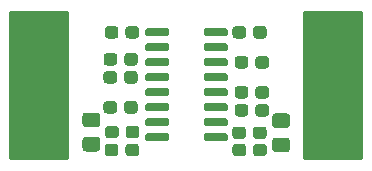
<source format=gts>
G04 #@! TF.GenerationSoftware,KiCad,Pcbnew,5.1.8-db9833491~88~ubuntu20.04.1*
G04 #@! TF.CreationDate,2021-03-13T16:05:35+01:00*
G04 #@! TF.ProjectId,SWD_Isolator,5357445f-4973-46f6-9c61-746f722e6b69,rev?*
G04 #@! TF.SameCoordinates,PX4160928PY2f7a4c0*
G04 #@! TF.FileFunction,Soldermask,Top*
G04 #@! TF.FilePolarity,Negative*
%FSLAX46Y46*%
G04 Gerber Fmt 4.6, Leading zero omitted, Abs format (unit mm)*
G04 Created by KiCad (PCBNEW 5.1.8-db9833491~88~ubuntu20.04.1) date 2021-03-13 16:05:35*
%MOMM*%
%LPD*%
G01*
G04 APERTURE LIST*
%ADD10O,1.802000X1.802000*%
%ADD11C,0.254000*%
%ADD12C,0.100000*%
G04 APERTURE END LIST*
G36*
G01*
X16449000Y10683000D02*
X16449000Y11034000D01*
G75*
G02*
X16624500Y11209500I175500J0D01*
G01*
X18325500Y11209500D01*
G75*
G02*
X18501000Y11034000I0J-175500D01*
G01*
X18501000Y10683000D01*
G75*
G02*
X18325500Y10507500I-175500J0D01*
G01*
X16624500Y10507500D01*
G75*
G02*
X16449000Y10683000I0J175500D01*
G01*
G37*
G36*
G01*
X16449000Y9413000D02*
X16449000Y9764000D01*
G75*
G02*
X16624500Y9939500I175500J0D01*
G01*
X18325500Y9939500D01*
G75*
G02*
X18501000Y9764000I0J-175500D01*
G01*
X18501000Y9413000D01*
G75*
G02*
X18325500Y9237500I-175500J0D01*
G01*
X16624500Y9237500D01*
G75*
G02*
X16449000Y9413000I0J175500D01*
G01*
G37*
G36*
G01*
X16449000Y8143000D02*
X16449000Y8494000D01*
G75*
G02*
X16624500Y8669500I175500J0D01*
G01*
X18325500Y8669500D01*
G75*
G02*
X18501000Y8494000I0J-175500D01*
G01*
X18501000Y8143000D01*
G75*
G02*
X18325500Y7967500I-175500J0D01*
G01*
X16624500Y7967500D01*
G75*
G02*
X16449000Y8143000I0J175500D01*
G01*
G37*
G36*
G01*
X16449000Y6873000D02*
X16449000Y7224000D01*
G75*
G02*
X16624500Y7399500I175500J0D01*
G01*
X18325500Y7399500D01*
G75*
G02*
X18501000Y7224000I0J-175500D01*
G01*
X18501000Y6873000D01*
G75*
G02*
X18325500Y6697500I-175500J0D01*
G01*
X16624500Y6697500D01*
G75*
G02*
X16449000Y6873000I0J175500D01*
G01*
G37*
G36*
G01*
X16449000Y5603000D02*
X16449000Y5954000D01*
G75*
G02*
X16624500Y6129500I175500J0D01*
G01*
X18325500Y6129500D01*
G75*
G02*
X18501000Y5954000I0J-175500D01*
G01*
X18501000Y5603000D01*
G75*
G02*
X18325500Y5427500I-175500J0D01*
G01*
X16624500Y5427500D01*
G75*
G02*
X16449000Y5603000I0J175500D01*
G01*
G37*
G36*
G01*
X16449000Y4333000D02*
X16449000Y4684000D01*
G75*
G02*
X16624500Y4859500I175500J0D01*
G01*
X18325500Y4859500D01*
G75*
G02*
X18501000Y4684000I0J-175500D01*
G01*
X18501000Y4333000D01*
G75*
G02*
X18325500Y4157500I-175500J0D01*
G01*
X16624500Y4157500D01*
G75*
G02*
X16449000Y4333000I0J175500D01*
G01*
G37*
G36*
G01*
X16449000Y3063000D02*
X16449000Y3414000D01*
G75*
G02*
X16624500Y3589500I175500J0D01*
G01*
X18325500Y3589500D01*
G75*
G02*
X18501000Y3414000I0J-175500D01*
G01*
X18501000Y3063000D01*
G75*
G02*
X18325500Y2887500I-175500J0D01*
G01*
X16624500Y2887500D01*
G75*
G02*
X16449000Y3063000I0J175500D01*
G01*
G37*
G36*
G01*
X16449000Y1793000D02*
X16449000Y2144000D01*
G75*
G02*
X16624500Y2319500I175500J0D01*
G01*
X18325500Y2319500D01*
G75*
G02*
X18501000Y2144000I0J-175500D01*
G01*
X18501000Y1793000D01*
G75*
G02*
X18325500Y1617500I-175500J0D01*
G01*
X16624500Y1617500D01*
G75*
G02*
X16449000Y1793000I0J175500D01*
G01*
G37*
G36*
G01*
X11499000Y1793000D02*
X11499000Y2144000D01*
G75*
G02*
X11674500Y2319500I175500J0D01*
G01*
X13375500Y2319500D01*
G75*
G02*
X13551000Y2144000I0J-175500D01*
G01*
X13551000Y1793000D01*
G75*
G02*
X13375500Y1617500I-175500J0D01*
G01*
X11674500Y1617500D01*
G75*
G02*
X11499000Y1793000I0J175500D01*
G01*
G37*
G36*
G01*
X11499000Y3063000D02*
X11499000Y3414000D01*
G75*
G02*
X11674500Y3589500I175500J0D01*
G01*
X13375500Y3589500D01*
G75*
G02*
X13551000Y3414000I0J-175500D01*
G01*
X13551000Y3063000D01*
G75*
G02*
X13375500Y2887500I-175500J0D01*
G01*
X11674500Y2887500D01*
G75*
G02*
X11499000Y3063000I0J175500D01*
G01*
G37*
G36*
G01*
X11499000Y4333000D02*
X11499000Y4684000D01*
G75*
G02*
X11674500Y4859500I175500J0D01*
G01*
X13375500Y4859500D01*
G75*
G02*
X13551000Y4684000I0J-175500D01*
G01*
X13551000Y4333000D01*
G75*
G02*
X13375500Y4157500I-175500J0D01*
G01*
X11674500Y4157500D01*
G75*
G02*
X11499000Y4333000I0J175500D01*
G01*
G37*
G36*
G01*
X11499000Y5603000D02*
X11499000Y5954000D01*
G75*
G02*
X11674500Y6129500I175500J0D01*
G01*
X13375500Y6129500D01*
G75*
G02*
X13551000Y5954000I0J-175500D01*
G01*
X13551000Y5603000D01*
G75*
G02*
X13375500Y5427500I-175500J0D01*
G01*
X11674500Y5427500D01*
G75*
G02*
X11499000Y5603000I0J175500D01*
G01*
G37*
G36*
G01*
X11499000Y6873000D02*
X11499000Y7224000D01*
G75*
G02*
X11674500Y7399500I175500J0D01*
G01*
X13375500Y7399500D01*
G75*
G02*
X13551000Y7224000I0J-175500D01*
G01*
X13551000Y6873000D01*
G75*
G02*
X13375500Y6697500I-175500J0D01*
G01*
X11674500Y6697500D01*
G75*
G02*
X11499000Y6873000I0J175500D01*
G01*
G37*
G36*
G01*
X11499000Y8143000D02*
X11499000Y8494000D01*
G75*
G02*
X11674500Y8669500I175500J0D01*
G01*
X13375500Y8669500D01*
G75*
G02*
X13551000Y8494000I0J-175500D01*
G01*
X13551000Y8143000D01*
G75*
G02*
X13375500Y7967500I-175500J0D01*
G01*
X11674500Y7967500D01*
G75*
G02*
X11499000Y8143000I0J175500D01*
G01*
G37*
G36*
G01*
X11499000Y9413000D02*
X11499000Y9764000D01*
G75*
G02*
X11674500Y9939500I175500J0D01*
G01*
X13375500Y9939500D01*
G75*
G02*
X13551000Y9764000I0J-175500D01*
G01*
X13551000Y9413000D01*
G75*
G02*
X13375500Y9237500I-175500J0D01*
G01*
X11674500Y9237500D01*
G75*
G02*
X11499000Y9413000I0J175500D01*
G01*
G37*
G36*
G01*
X11499000Y10683000D02*
X11499000Y11034000D01*
G75*
G02*
X11674500Y11209500I175500J0D01*
G01*
X13375500Y11209500D01*
G75*
G02*
X13551000Y11034000I0J-175500D01*
G01*
X13551000Y10683000D01*
G75*
G02*
X13375500Y10507500I-175500J0D01*
G01*
X11674500Y10507500D01*
G75*
G02*
X11499000Y10683000I0J175500D01*
G01*
G37*
D10*
X26430000Y1333500D03*
X26430000Y3873500D03*
X26430000Y6413500D03*
X26430000Y8953500D03*
G36*
G01*
X25529000Y10643500D02*
X25529000Y12343500D01*
G75*
G02*
X25580000Y12394500I51000J0D01*
G01*
X27280000Y12394500D01*
G75*
G02*
X27331000Y12343500I0J-51000D01*
G01*
X27331000Y10643500D01*
G75*
G02*
X27280000Y10592500I-51000J0D01*
G01*
X25580000Y10592500D01*
G75*
G02*
X25529000Y10643500I0J51000D01*
G01*
G37*
X3570000Y11493500D03*
X3570000Y8953500D03*
X3570000Y6413500D03*
X3570000Y3873500D03*
G36*
G01*
X4471000Y2183500D02*
X4471000Y483500D01*
G75*
G02*
X4420000Y432500I-51000J0D01*
G01*
X2720000Y432500D01*
G75*
G02*
X2669000Y483500I0J51000D01*
G01*
X2669000Y2183500D01*
G75*
G02*
X2720000Y2234500I51000J0D01*
G01*
X4420000Y2234500D01*
G75*
G02*
X4471000Y2183500I0J-51000D01*
G01*
G37*
G36*
G01*
X9239000Y1152000D02*
X9239000Y626000D01*
G75*
G02*
X8976000Y363000I-263000J0D01*
G01*
X8350000Y363000D01*
G75*
G02*
X8087000Y626000I0J263000D01*
G01*
X8087000Y1152000D01*
G75*
G02*
X8350000Y1415000I263000J0D01*
G01*
X8976000Y1415000D01*
G75*
G02*
X9239000Y1152000I0J-263000D01*
G01*
G37*
G36*
G01*
X10989000Y1152000D02*
X10989000Y626000D01*
G75*
G02*
X10726000Y363000I-263000J0D01*
G01*
X10100000Y363000D01*
G75*
G02*
X9837000Y626000I0J263000D01*
G01*
X9837000Y1152000D01*
G75*
G02*
X10100000Y1415000I263000J0D01*
G01*
X10726000Y1415000D01*
G75*
G02*
X10989000Y1152000I0J-263000D01*
G01*
G37*
G36*
G01*
X18896000Y626000D02*
X18896000Y1152000D01*
G75*
G02*
X19159000Y1415000I263000J0D01*
G01*
X19785000Y1415000D01*
G75*
G02*
X20048000Y1152000I0J-263000D01*
G01*
X20048000Y626000D01*
G75*
G02*
X19785000Y363000I-263000J0D01*
G01*
X19159000Y363000D01*
G75*
G02*
X18896000Y626000I0J263000D01*
G01*
G37*
G36*
G01*
X20646000Y626000D02*
X20646000Y1152000D01*
G75*
G02*
X20909000Y1415000I263000J0D01*
G01*
X21535000Y1415000D01*
G75*
G02*
X21798000Y1152000I0J-263000D01*
G01*
X21798000Y626000D01*
G75*
G02*
X21535000Y363000I-263000J0D01*
G01*
X20909000Y363000D01*
G75*
G02*
X20646000Y626000I0J263000D01*
G01*
G37*
G36*
G01*
X20034000Y2612500D02*
X20034000Y2086500D01*
G75*
G02*
X19771000Y1823500I-263000J0D01*
G01*
X19145000Y1823500D01*
G75*
G02*
X18882000Y2086500I0J263000D01*
G01*
X18882000Y2612500D01*
G75*
G02*
X19145000Y2875500I263000J0D01*
G01*
X19771000Y2875500D01*
G75*
G02*
X20034000Y2612500I0J-263000D01*
G01*
G37*
G36*
G01*
X21784000Y2612500D02*
X21784000Y2086500D01*
G75*
G02*
X21521000Y1823500I-263000J0D01*
G01*
X20895000Y1823500D01*
G75*
G02*
X20632000Y2086500I0J263000D01*
G01*
X20632000Y2612500D01*
G75*
G02*
X20895000Y2875500I263000J0D01*
G01*
X21521000Y2875500D01*
G75*
G02*
X21784000Y2612500I0J-263000D01*
G01*
G37*
G36*
G01*
X8115000Y2150000D02*
X8115000Y2676000D01*
G75*
G02*
X8378000Y2939000I263000J0D01*
G01*
X9004000Y2939000D01*
G75*
G02*
X9267000Y2676000I0J-263000D01*
G01*
X9267000Y2150000D01*
G75*
G02*
X9004000Y1887000I-263000J0D01*
G01*
X8378000Y1887000D01*
G75*
G02*
X8115000Y2150000I0J263000D01*
G01*
G37*
G36*
G01*
X9865000Y2150000D02*
X9865000Y2676000D01*
G75*
G02*
X10128000Y2939000I263000J0D01*
G01*
X10754000Y2939000D01*
G75*
G02*
X11017000Y2676000I0J-263000D01*
G01*
X11017000Y2150000D01*
G75*
G02*
X10754000Y1887000I-263000J0D01*
G01*
X10128000Y1887000D01*
G75*
G02*
X9865000Y2150000I0J263000D01*
G01*
G37*
G36*
G01*
X20646000Y10595500D02*
X20646000Y11121500D01*
G75*
G02*
X20909000Y11384500I263000J0D01*
G01*
X21535000Y11384500D01*
G75*
G02*
X21798000Y11121500I0J-263000D01*
G01*
X21798000Y10595500D01*
G75*
G02*
X21535000Y10332500I-263000J0D01*
G01*
X20909000Y10332500D01*
G75*
G02*
X20646000Y10595500I0J263000D01*
G01*
G37*
G36*
G01*
X18896000Y10595500D02*
X18896000Y11121500D01*
G75*
G02*
X19159000Y11384500I263000J0D01*
G01*
X19785000Y11384500D01*
G75*
G02*
X20048000Y11121500I0J-263000D01*
G01*
X20048000Y10595500D01*
G75*
G02*
X19785000Y10332500I-263000J0D01*
G01*
X19159000Y10332500D01*
G75*
G02*
X18896000Y10595500I0J263000D01*
G01*
G37*
G36*
G01*
X10989000Y11121500D02*
X10989000Y10595500D01*
G75*
G02*
X10726000Y10332500I-263000J0D01*
G01*
X10100000Y10332500D01*
G75*
G02*
X9837000Y10595500I0J263000D01*
G01*
X9837000Y11121500D01*
G75*
G02*
X10100000Y11384500I263000J0D01*
G01*
X10726000Y11384500D01*
G75*
G02*
X10989000Y11121500I0J-263000D01*
G01*
G37*
G36*
G01*
X9239000Y11121500D02*
X9239000Y10595500D01*
G75*
G02*
X8976000Y10332500I-263000J0D01*
G01*
X8350000Y10332500D01*
G75*
G02*
X8087000Y10595500I0J263000D01*
G01*
X8087000Y11121500D01*
G75*
G02*
X8350000Y11384500I263000J0D01*
G01*
X8976000Y11384500D01*
G75*
G02*
X9239000Y11121500I0J-263000D01*
G01*
G37*
G36*
G01*
X23492828Y2748500D02*
X22535172Y2748500D01*
G75*
G02*
X22263000Y3020672I0J272172D01*
G01*
X22263000Y3728328D01*
G75*
G02*
X22535172Y4000500I272172J0D01*
G01*
X23492828Y4000500D01*
G75*
G02*
X23765000Y3728328I0J-272172D01*
G01*
X23765000Y3020672D01*
G75*
G02*
X23492828Y2748500I-272172J0D01*
G01*
G37*
G36*
G01*
X23492828Y698500D02*
X22535172Y698500D01*
G75*
G02*
X22263000Y970672I0J272172D01*
G01*
X22263000Y1678328D01*
G75*
G02*
X22535172Y1950500I272172J0D01*
G01*
X23492828Y1950500D01*
G75*
G02*
X23765000Y1678328I0J-272172D01*
G01*
X23765000Y970672D01*
G75*
G02*
X23492828Y698500I-272172J0D01*
G01*
G37*
G36*
G01*
X7427328Y762000D02*
X6469672Y762000D01*
G75*
G02*
X6197500Y1034172I0J272172D01*
G01*
X6197500Y1741828D01*
G75*
G02*
X6469672Y2014000I272172J0D01*
G01*
X7427328Y2014000D01*
G75*
G02*
X7699500Y1741828I0J-272172D01*
G01*
X7699500Y1034172D01*
G75*
G02*
X7427328Y762000I-272172J0D01*
G01*
G37*
G36*
G01*
X7427328Y2812000D02*
X6469672Y2812000D01*
G75*
G02*
X6197500Y3084172I0J272172D01*
G01*
X6197500Y3791828D01*
G75*
G02*
X6469672Y4064000I272172J0D01*
G01*
X7427328Y4064000D01*
G75*
G02*
X7699500Y3791828I0J-272172D01*
G01*
X7699500Y3084172D01*
G75*
G02*
X7427328Y2812000I-272172J0D01*
G01*
G37*
G36*
G01*
X20238500Y6041500D02*
X20238500Y5515500D01*
G75*
G02*
X19975500Y5252500I-263000J0D01*
G01*
X19349500Y5252500D01*
G75*
G02*
X19086500Y5515500I0J263000D01*
G01*
X19086500Y6041500D01*
G75*
G02*
X19349500Y6304500I263000J0D01*
G01*
X19975500Y6304500D01*
G75*
G02*
X20238500Y6041500I0J-263000D01*
G01*
G37*
G36*
G01*
X21988500Y6041500D02*
X21988500Y5515500D01*
G75*
G02*
X21725500Y5252500I-263000J0D01*
G01*
X21099500Y5252500D01*
G75*
G02*
X20836500Y5515500I0J263000D01*
G01*
X20836500Y6041500D01*
G75*
G02*
X21099500Y6304500I263000J0D01*
G01*
X21725500Y6304500D01*
G75*
G02*
X21988500Y6041500I0J-263000D01*
G01*
G37*
G36*
G01*
X21988500Y4517500D02*
X21988500Y3991500D01*
G75*
G02*
X21725500Y3728500I-263000J0D01*
G01*
X21099500Y3728500D01*
G75*
G02*
X20836500Y3991500I0J263000D01*
G01*
X20836500Y4517500D01*
G75*
G02*
X21099500Y4780500I263000J0D01*
G01*
X21725500Y4780500D01*
G75*
G02*
X21988500Y4517500I0J-263000D01*
G01*
G37*
G36*
G01*
X20238500Y4517500D02*
X20238500Y3991500D01*
G75*
G02*
X19975500Y3728500I-263000J0D01*
G01*
X19349500Y3728500D01*
G75*
G02*
X19086500Y3991500I0J263000D01*
G01*
X19086500Y4517500D01*
G75*
G02*
X19349500Y4780500I263000J0D01*
G01*
X19975500Y4780500D01*
G75*
G02*
X20238500Y4517500I0J-263000D01*
G01*
G37*
G36*
G01*
X21988500Y8581500D02*
X21988500Y8055500D01*
G75*
G02*
X21725500Y7792500I-263000J0D01*
G01*
X21099500Y7792500D01*
G75*
G02*
X20836500Y8055500I0J263000D01*
G01*
X20836500Y8581500D01*
G75*
G02*
X21099500Y8844500I263000J0D01*
G01*
X21725500Y8844500D01*
G75*
G02*
X21988500Y8581500I0J-263000D01*
G01*
G37*
G36*
G01*
X20238500Y8581500D02*
X20238500Y8055500D01*
G75*
G02*
X19975500Y7792500I-263000J0D01*
G01*
X19349500Y7792500D01*
G75*
G02*
X19086500Y8055500I0J263000D01*
G01*
X19086500Y8581500D01*
G75*
G02*
X19349500Y8844500I263000J0D01*
G01*
X19975500Y8844500D01*
G75*
G02*
X20238500Y8581500I0J-263000D01*
G01*
G37*
G36*
G01*
X7988000Y8309500D02*
X7988000Y8835500D01*
G75*
G02*
X8251000Y9098500I263000J0D01*
G01*
X8877000Y9098500D01*
G75*
G02*
X9140000Y8835500I0J-263000D01*
G01*
X9140000Y8309500D01*
G75*
G02*
X8877000Y8046500I-263000J0D01*
G01*
X8251000Y8046500D01*
G75*
G02*
X7988000Y8309500I0J263000D01*
G01*
G37*
G36*
G01*
X9738000Y8309500D02*
X9738000Y8835500D01*
G75*
G02*
X10001000Y9098500I263000J0D01*
G01*
X10627000Y9098500D01*
G75*
G02*
X10890000Y8835500I0J-263000D01*
G01*
X10890000Y8309500D01*
G75*
G02*
X10627000Y8046500I-263000J0D01*
G01*
X10001000Y8046500D01*
G75*
G02*
X9738000Y8309500I0J263000D01*
G01*
G37*
G36*
G01*
X9724000Y6785500D02*
X9724000Y7311500D01*
G75*
G02*
X9987000Y7574500I263000J0D01*
G01*
X10613000Y7574500D01*
G75*
G02*
X10876000Y7311500I0J-263000D01*
G01*
X10876000Y6785500D01*
G75*
G02*
X10613000Y6522500I-263000J0D01*
G01*
X9987000Y6522500D01*
G75*
G02*
X9724000Y6785500I0J263000D01*
G01*
G37*
G36*
G01*
X7974000Y6785500D02*
X7974000Y7311500D01*
G75*
G02*
X8237000Y7574500I263000J0D01*
G01*
X8863000Y7574500D01*
G75*
G02*
X9126000Y7311500I0J-263000D01*
G01*
X9126000Y6785500D01*
G75*
G02*
X8863000Y6522500I-263000J0D01*
G01*
X8237000Y6522500D01*
G75*
G02*
X7974000Y6785500I0J263000D01*
G01*
G37*
G36*
G01*
X7974000Y4245500D02*
X7974000Y4771500D01*
G75*
G02*
X8237000Y5034500I263000J0D01*
G01*
X8863000Y5034500D01*
G75*
G02*
X9126000Y4771500I0J-263000D01*
G01*
X9126000Y4245500D01*
G75*
G02*
X8863000Y3982500I-263000J0D01*
G01*
X8237000Y3982500D01*
G75*
G02*
X7974000Y4245500I0J263000D01*
G01*
G37*
G36*
G01*
X9724000Y4245500D02*
X9724000Y4771500D01*
G75*
G02*
X9987000Y5034500I263000J0D01*
G01*
X10613000Y5034500D01*
G75*
G02*
X10876000Y4771500I0J-263000D01*
G01*
X10876000Y4245500D01*
G75*
G02*
X10613000Y3982500I-263000J0D01*
G01*
X9987000Y3982500D01*
G75*
G02*
X9724000Y4245500I0J263000D01*
G01*
G37*
D11*
X29808500Y254000D02*
X24982500Y254000D01*
X24982500Y12573000D01*
X29808500Y12573000D01*
X29808500Y254000D01*
D12*
G36*
X29808500Y254000D02*
G01*
X24982500Y254000D01*
X24982500Y12573000D01*
X29808500Y12573000D01*
X29808500Y254000D01*
G37*
D11*
X4916500Y254000D02*
X90500Y254000D01*
X90500Y12573000D01*
X4916500Y12573000D01*
X4916500Y254000D01*
D12*
G36*
X4916500Y254000D02*
G01*
X90500Y254000D01*
X90500Y12573000D01*
X4916500Y12573000D01*
X4916500Y254000D01*
G37*
M02*

</source>
